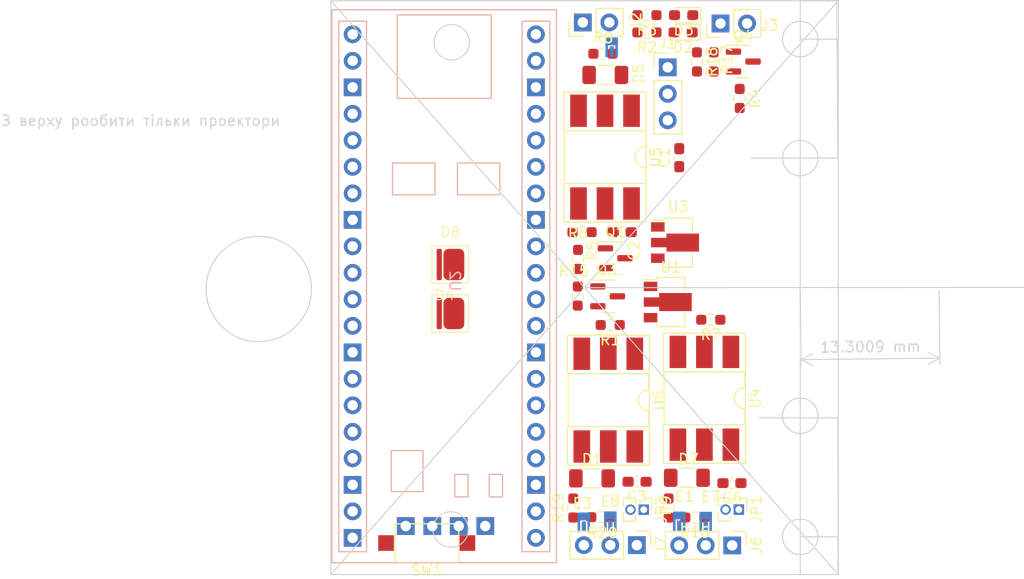
<source format=kicad_pcb>
(kicad_pcb (version 20221018) (generator pcbnew)
  (layers (0 "F.Cu" signal) (31 "B.Cu" signal) (34 "B.Paste" user) (35 "F.Paste" user) (36 "B.SilkS" user "B.Silkscreen") (37 "F.SilkS" user "F.Silkscreen") (38 "B.Mask" user) (39 "F.Mask" user) (44 "Edge.Cuts" user))
  (net 0 "")
  (net 1 "USER_BUTTON")
  (net 2 "GND")
  (net 3 "+3.3V")
  (net 4 "+5F")
  (net 5 "GND1")
  (net 6 "Net-(D1-A1)")
  (net 7 "GND2")
  (net 8 "Net-(D2-A)")
  (net 9 "Net-(D3-A)")
  (net 10 "Net-(D4-A)")
  (net 11 "Net-(D5-A1)")
  (net 12 "Net-(D7-A1)")
  (net 13 "Net-(D8-A)")
  (net 14 "Net-(J2-Pin_2)")
  (net 15 "Net-(J6-Pin_2)")
  (net 16 "Net-(J7-Pin_2)")
  (net 17 "Net-(J3-Pin_1)")
  (net 18 "Net-(J6-Pin_1)")
  (net 19 "Net-(J7-Pin_1)")
  (net 20 "DOTS_PROJECTOR_2")
  (net 21 "+5V")
  (net 22 "Net-(Q1-D)")
  (net 23 "DOTS_PROJECTOR_1")
  (net 24 "Net-(Q3-D)")
  (net 25 "LESER_LINE")
  (net 26 "Net-(Q4-D)")
  (net 27 "Net-(R1-Pad1)")
  (net 28 "TRIG_OUTPUT_2")
  (net 29 "LED_2")
  (net 30 "LED_1")
  (net 31 "TRIG_INPUT")
  (net 32 "Net-(R7-Pad1)")
  (net 33 "TRIG_OUTPUT_1")
  (footprint "Resistor_SMD:R_1206_3216Metric_Pad1.30x1.75mm_HandSolder" (layer "F.Cu") (at 97.636 115.443)
    (fp_text reference "D7" (at 0.153 -1.778) (layer "F.SilkS"))
    (fp_text value "CDSOD323-T05C" hide)
    (fp_line (start -0.727064 -0.91) (end 0.727064 -0.91) (stroke (width 0.12)) (layer "F.SilkS"))
    (fp_line (start -0.727064 0.91) (end 0.727064 0.91) (stroke (width 0.12)) (layer "F.SilkS"))
    (pad "1" smd roundrect (at -1.55 0) (size 1.3 1.75) (layers "F.Cu" "F.Paste" "F.Mask") (roundrect_rratio 0.192308) (net 12 "Net-(D7-A1)"))
    (pad "2" smd roundrect (at 1.55 0) (size 1.3 1.75) (layers "F.Cu" "F.Paste" "F.Mask") (roundrect_rratio 0.192308) (net 7 "GND2"))
  )
  (footprint "Package_DIP:DIP-6_W8.89mm_SMDSocket_LongPads" (layer "F.Cu") (at 99.313 107.823 -90)
    (fp_text reference "U4" (at 0 -4.87 90) (layer "F.SilkS"))
    (fp_text value "H11L2" hide)
    (fp_line (start -6.235 -3.93) (end -6.235 3.93) (stroke (width 0.12)) (layer "F.SilkS"))
    (fp_line (start -6.235 3.93) (end 6.235 3.93) (stroke (width 0.12)) (layer "F.SilkS"))
    (fp_line (start -2.535 -3.87) (end -2.535 3.87) (stroke (width 0.12)) (layer "F.SilkS"))
    (fp_line (start -2.535 3.87) (end 2.535 3.87) (stroke (width 0.12)) (layer "F.SilkS"))
    (fp_line (start -1 -3.87) (end -2.535 -3.87) (stroke (width 0.12)) (layer "F.SilkS"))
    (fp_line (start 2.535 -3.87) (end 1 -3.87) (stroke (width 0.12)) (layer "F.SilkS"))
    (fp_line (start 2.535 3.87) (end 2.535 -3.87) (stroke (width 0.12)) (layer "F.SilkS"))
    (fp_line (start 6.235 -3.93) (end -6.235 -3.93) (stroke (width 0.12)) (layer "F.SilkS"))
    (fp_line (start 6.235 3.93) (end 6.235 -3.93) (stroke (width 0.12)) (layer "F.SilkS"))
    (fp_arc (start 1 -3.87) (mid 0 -2.87) (end -1 -3.87) (stroke (width 0.12)) (layer "F.SilkS"))
    (pad "1" smd rect (at -4.445 -2.54 270) (size 3.1 1.6) (layers "F.Cu" "F.Paste" "F.Mask") (net 32 "Net-(R7-Pad1)"))
    (pad "2" smd rect (at -4.445 0 270) (size 3.1 1.6) (layers "F.Cu" "F.Paste" "F.Mask") (net 2 "GND"))
    (pad "3" smd rect (at -4.445 2.54 270) (size 3.1 1.6) (layers "F.Cu" "F.Paste" "F.Mask"))
    (pad "4" smd rect (at 4.445 2.54 270) (size 3.1 1.6) (layers "F.Cu" "F.Paste" "F.Mask") (net 12 "Net-(D7-A1)"))
    (pad "5" smd rect (at 4.445 0 270) (size 3.1 1.6) (layers "F.Cu" "F.Paste" "F.Mask") (net 7 "GND2"))
    (pad "6" smd rect (at 4.445 -2.54 270) (size 3.1 1.6) (layers "F.Cu" "F.Paste" "F.Mask") (net 4 "+5F"))
  )
  (footprint "LED_SMD:LED_0603_1608Metric_Pad1.05x0.95mm_HandSolder" (layer "F.Cu") (at 97.275 72.759 180)
    (fp_text reference "D2" (at 0 -1.43) (layer "F.SilkS"))
    (fp_text value "LED" hide)
    (fp_line (start -1.66 -0.735) (end -1.66 0.735) (stroke (width 0.12)) (layer "F.SilkS"))
    (fp_line (start -1.66 0.735) (end 0.8 0.735) (stroke (width 0.12)) (layer "F.SilkS"))
    (fp_line (start 0.8 -0.735) (end -1.66 -0.735) (stroke (width 0.12)) (layer "F.SilkS"))
    (pad "1" smd roundrect (at -0.875 0 180) (size 1.05 0.95) (layers "F.Cu" "F.Paste" "F.Mask") (net 2 "GND"))
    (pad "2" smd roundrect (at 0.875 0 180) (size 1.05 0.95) (layers "F.Cu" "F.Paste" "F.Mask") (net 8 "Net-(D2-A)"))
  )
  (footprint "footprint_library:BELICE-850" (layer "F.Cu") (at 77.3 98.2)
    (fp_text reference "D8" (at -2.335 -6.289 unlocked) (layer "F.SilkS") (effects (font (thickness 0.1))))
    (fp_text value "BELICE-850" hide)
    (fp_line (start -4.1 -5) (end -4.1 -4.9) (stroke (width 0.1)) (layer "F.SilkS"))
    (fp_line (start -4.1 -4.9) (end -4.1 -1.4) (stroke (width 0.1)) (layer "F.SilkS"))
    (fp_line (start -4.1 -1.4) (end -0.6 -1.4) (stroke (width 0.1)) (layer "F.SilkS"))
    (fp_line (start -0.6 -5) (end -4.1 -5) (stroke (width 0.1)) (layer "F.SilkS"))
    (fp_line (start -0.6 -1.4) (end -0.6 -5) (stroke (width 0.1)) (layer "F.SilkS"))
    (pad "1" smd roundrect (at -2 -3.2) (size 2 3) (layers "F.Cu" "F.Paste" "F.Mask") (net 2 "GND"))
    (pad "2" smd roundrect (at -3.4 -3.2) (size 0.5 3) (layers "F.Cu" "F.Paste" "F.Mask") (net 13 "Net-(D8-A)"))
  )
  (footprint "Capacitor_SMD:C_0603_1608Metric_Pad1.08x0.95mm_HandSolder" (layer "F.Cu") (at 91.4375 91.9 180)
    (fp_text reference "C2" (at -1.1165 -1.778 90) (layer "F.SilkS"))
    (fp_text value "0.1uF" hide)
    (fp_line (start -0.146267 -0.51) (end 0.146267 -0.51) (stroke (width 0.12)) (layer "F.SilkS"))
    (fp_line (start -0.146267 0.51) (end 0.146267 0.51) (stroke (width 0.12)) (layer "F.SilkS"))
    (pad "1" smd roundrect (at -0.8625 0 180) (size 1.075 0.95) (layers "F.Cu" "F.Paste" "F.Mask") (net 3 "+3.3V"))
    (pad "2" smd roundrect (at 0.8625 0 180) (size 1.075 0.95) (layers "F.Cu" "F.Paste" "F.Mask") (net 2 "GND"))
  )
  (footprint "Resistor_SMD:R_0603_1608Metric_Pad0.98x0.95mm_HandSolder" (layer "F.Cu") (at 89.5875 74.803)
    (fp_text reference "R8" (at 0.0235 -1.524) (layer "F.SilkS"))
    (fp_text value "240" hide)
    (fp_line (start -0.254724 -0.5225) (end 0.254724 -0.5225) (stroke (width 0.12)) (layer "F.SilkS"))
    (fp_line (start -0.254724 0.5225) (end 0.254724 0.5225) (stroke (width 0.12)) (layer "F.SilkS"))
    (pad "1" smd roundrect (at -0.9125 0) (size 0.975 0.95) (layers "F.Cu" "F.Paste" "F.Mask") (net 14 "Net-(J2-Pin_2)"))
    (pad "2" smd roundrect (at 0.9125 0) (size 0.975 0.95) (layers "F.Cu" "F.Paste" "F.Mask") (net 11 "Net-(D5-A1)"))
  )
  (footprint "Resistor_SMD:R_0603_1608Metric_Pad0.98x0.95mm_HandSolder" (layer "F.Cu") (at 89.3845 119.215 180)
    (fp_text reference "R20" (at -0.1505 -1.524) (layer "F.SilkS"))
    (fp_text value "100" hide)
    (fp_line (start -0.254724 -0.5225) (end 0.254724 -0.5225) (stroke (width 0.12)) (layer "F.SilkS"))
    (fp_line (start -0.254724 0.5225) (end 0.254724 0.5225) (stroke (width 0.12)) (layer "F.SilkS"))
    (pad "1" smd roundrect (at -0.9125 0 180) (size 0.975 0.95) (layers "F.Cu" "F.Paste" "F.Mask") (net 16 "Net-(J7-Pin_2)"))
    (pad "2" smd roundrect (at 0.9125 0 180) (size 0.975 0.95) (layers "F.Cu" "F.Paste" "F.Mask") (net 6 "Net-(D1-A1)"))
  )
  (footprint "Resistor_SMD:R_1206_3216Metric_Pad1.30x1.75mm_HandSolder" (layer "F.Cu") (at 89.815 76.835 180)
    (fp_text reference "D5" (at -3.201 0.127 90) (layer "F.SilkS"))
    (fp_text value "CDSOD323-T05C" hide)
    (fp_line (start -0.727064 -0.91) (end 0.727064 -0.91) (stroke (width 0.12)) (layer "F.SilkS"))
    (fp_line (start -0.727064 0.91) (end 0.727064 0.91) (stroke (width 0.12)) (layer "F.SilkS"))
    (pad "1" smd roundrect (at -1.55 0 180) (size 1.3 1.75) (layers "F.Cu" "F.Paste" "F.Mask") (roundrect_rratio 0.192308) (net 11 "Net-(D5-A1)"))
    (pad "2" smd roundrect (at 1.55 0 180) (size 1.3 1.75) (layers "F.Cu" "F.Paste" "F.Mask") (roundrect_rratio 0.192308) (net 5 "GND1"))
  )
  (footprint "Package_TO_SOT_SMD:SOT-89-3" (layer "F.Cu") (at 96.8 92.9)
    (fp_text reference "U3" (at 0 -3.429) (layer "F.SilkS"))
    (fp_text value "AMC7135" hide)
    (fp_line (start -2.5 -2.13) (end -1.36 -2.13) (stroke (width 0.12)) (layer "F.SilkS"))
    (fp_line (start -1.36 -2.36) (end -1.36 -2.13) (stroke (width 0.12)) (layer "F.SilkS"))
    (fp_line (start -1.36 -2.36) (end 1.36 -2.36) (stroke (width 0.12)) (layer "F.SilkS"))
    (fp_line (start -1.36 2.36) (end -1.36 2.13) (stroke (width 0.12)) (layer "F.SilkS"))
    (fp_line (start 1.36 -2.36) (end 1.36 -1.05) (stroke (width 0.12)) (layer "F.SilkS"))
    (fp_line (start 1.36 1.05) (end 1.36 2.36) (stroke (width 0.12)) (layer "F.SilkS"))
    (fp_line (start 1.36 2.36) (end -1.36 2.36) (stroke (width 0.12)) (layer "F.SilkS"))
    (pad "1" smd rect (at -1.95 -1.5) (size 1.3 0.9) (layers "F.Cu" "F.Paste" "F.Mask") (net 13 "Net-(D8-A)"))
    (pad "2" smd custom (at -1.8625 0) (size 1.475 0.9) (layers "F.Cu" "F.Paste" "F.Mask") (net 2 "GND") (options (clearance outline) (anchor rect)) (primitives (gr_poly (pts (xy 3.8625 0.8665) (xy 0.7375 0.8665) (xy 0.7375 -0.8665) (xy 3.8625 -0.8665)) (width 0) (fill yes))))
    (pad "3" smd rect (at -1.95 1.5) (size 1.3 0.9) (layers "F.Cu" "F.Paste" "F.Mask") (net 22 "Net-(Q1-D)"))
  )
  (footprint "Resistor_SMD:R_0603_1608Metric_Pad0.98x0.95mm_HandSolder" (layer "F.Cu") (at 93.8065 72.759 180)
    (fp_text reference "R2" (at 0 -1.43) (layer "F.SilkS"))
    (fp_text value "300" hide)
    (fp_line (start -0.254724 -0.5225) (end 0.254724 -0.5225) (stroke (width 0.12)) (layer "F.SilkS"))
    (fp_line (start -0.254724 0.5225) (end 0.254724 0.5225) (stroke (width 0.12)) (layer "F.SilkS"))
    (pad "1" smd roundrect (at -0.9125 0 180) (size 0.975 0.95) (layers "F.Cu" "F.Paste" "F.Mask") (net 8 "Net-(D2-A)"))
    (pad "2" smd roundrect (at 0.9125 0 180) (size 0.975 0.95) (layers "F.Cu" "F.Paste" "F.Mask") (net 29 "LED_2"))
  )
  (footprint "Connector_PinHeader_2.54mm:PinHeader_1x03_P2.54mm_Vertical" (layer "F.Cu") (at 95.8 76.1)
    (fp_text reference "J1" (at 0 -2.33) (layer "F.SilkS"))
    (fp_text value "GND" hide)
    (fp_line (start -1.33 -1.33) (end 0 -1.33) (stroke (width 0.12)) (layer "F.SilkS"))
    (fp_line (start -1.33 0) (end -1.33 -1.33) (stroke (width 0.12)) (layer "F.SilkS"))
    (fp_line (start -1.33 1.27) (end -1.33 6.41) (stroke (width 0.12)) (layer "F.SilkS"))
    (fp_line (start -1.33 1.27) (end 1.33 1.27) (stroke (width 0.12)) (layer "F.SilkS"))
    (fp_line (start -1.33 6.41) (end 1.33 6.41) (stroke (width 0.12)) (layer "F.SilkS"))
    (fp_line (start 1.33 1.27) (end 1.33 6.41) (stroke (width 0.12)) (layer "F.SilkS"))
    (pad "1" thru_hole rect (at 0 0) (size 1.7 1.7) (drill 1) (layers "*.Cu" "*.Mask") (net 2 "GND"))
    (pad "2" thru_hole oval (at 0 2.54) (size 1.7 1.7) (drill 1) (layers "*.Cu" "*.Mask") (net 2 "GND"))
    (pad "3" thru_hole oval (at 0 5.08) (size 1.7 1.7) (drill 1) (layers "*.Cu" "*.Mask") (net 2 "GND"))
  )
  (footprint "footprint_library:SparkGap" (layer "F.Cu") (at 87.757 119.323)
    (fp_text reference "E3" (at -0.127 -1.4288) (layer "F.SilkS"))
    (fp_text value "SparkGap" hide)
    (fp_poly (pts (xy -0.4 1.3) (xy -0.55 1.3) (xy -0.55 0) (xy -0.4 0)) (stroke (width 0.1)) (fill solid) (layer "B.Cu"))
    (fp_poly (pts (xy 0.4572 0.1524) (xy -0.4064 0.1524) (xy -0.4064 -0.0508) (xy 0.4572 -0.0508)) (stroke (width 0.1)) (fill solid) (layer "B.Cu"))
    (fp_poly (pts (xy 0.55 0) (xy -0.55 0) (xy -0.55 -0.5) (xy 0.55 -0.5)) (stroke (width 0.1)) (fill solid) (layer "B.Cu"))
    (fp_poly (pts (xy 0.55 1.3) (xy 0.4 1.3) (xy 0.4 0) (xy 0.55 0)) (stroke (width 0.1)) (fill solid) (layer "B.Cu"))
    (pad "1" smd rect (at 0 0.8) (size 0.4 1) (layers "B.Cu" "B.Mask") (net 7 "GND2"))
    (pad "2" smd rect (at 0 -0.2032) (size 0.4 0.3) (layers "B.Cu") (net 4 "+5F"))
  )
  (footprint "Resistor_SMD:R_0603_1608Metric_Pad0.98x0.95mm_HandSolder" (layer "F.Cu") (at 90.2875 100.8 180)
    (fp_text reference "R1" (at 0 -1.43) (layer "F.SilkS"))
    (fp_text value "220" hide)
    (fp_line (start -0.254724 -0.5225) (end 0.254724 -0.5225) (stroke (width 0.12)) (layer "F.SilkS"))
    (fp_line (start -0.254724 0.5225) (end 0.254724 0.5225) (stroke (width 0.12)) (layer "F.SilkS"))
    (pad "1" smd roundrect (at -0.9125 0 180) (size 0.975 0.95) (layers "F.Cu" "F.Paste" "F.Mask") (net 27 "Net-(R1-Pad1)"))
    (pad "2" smd roundrect (at 0.9125 0 180) (size 0.975 0.95) (layers "F.Cu" "F.Paste" "F.Mask") (net 28 "TRIG_OUTPUT_2"))
  )
  (footprint "Package_TO_SOT_SMD:SOT-23" (layer "F.Cu") (at 90.7625 94.4)
    (fp_text reference "Q1" (at 0 -2.54) (layer "F.SilkS"))
    (fp_text value "FDN358P" hide)
    (fp_line (start 0 -1.56) (end -1.675 -1.56) (stroke (width 0.12)) (layer "F.SilkS"))
    (fp_line (start 0 -1.56) (end 0.65 -1.56) (stroke (width 0.12)) (layer "F.SilkS"))
    (fp_line (start 0 1.56) (end -0.65 1.56) (stroke (width 0.12)) (layer "F.SilkS"))
    (fp_line (start 0 1.56) (end 0.65 1.56) (stroke (width 0.12)) (layer "F.SilkS"))
    (pad "1" smd roundrect (at -0.9375 -0.95) (size 1.475 0.6) (layers "F.Cu" "F.Paste" "F.Mask") (net 20 "DOTS_PROJECTOR_2"))
    (pad "2" smd roundrect (at -0.9375 0.95) (size 1.475 0.6) (layers "F.Cu" "F.Paste" "F.Mask") (net 21 "+5V"))
    (pad "3" smd roundrect (at 0.9375 0) (size 1.475 0.6) (layers "F.Cu" "F.Paste" "F.Mask") (net 22 "Net-(Q1-D)"))
  )
  (footprint "Resistor_SMD:R_0603_1608Metric_Pad0.98x0.95mm_HandSolder" (layer "F.Cu") (at 98.4005 119.253 180)
    (fp_text reference "R16" (at 0 -1.43) (layer "F.SilkS"))
    (fp_text value "100" hide)
    (fp_line (start -0.254724 -0.5225) (end 0.254724 -0.5225) (stroke (width 0.12)) (layer "F.SilkS"))
    (fp_line (start -0.254724 0.5225) (end 0.254724 0.5225) (stroke (width 0.12)) (layer "F.SilkS"))
    (pad "1" smd roundrect (at -0.9125 0 180) (size 0.975 0.95) (layers "F.Cu" "F.Paste" "F.Mask") (net 15 "Net-(J6-Pin_2)"))
    (pad "2" smd roundrect (at 0.9125 0 180) (size 0.975 0.95) (layers "F.Cu" "F.Paste" "F.Mask") (net 12 "Net-(D7-A1)"))
  )
  (footprint "footprint_library:SparkGap" (layer "F.Cu") (at 96.9 119.234)
    (fp_text reference "E1" (at 0.5 -2) (layer "F.SilkS"))
    (fp_text value "SparkGap" hide)
    (fp_poly (pts (xy -0.4 1.3) (xy -0.55 1.3) (xy -0.55 0) (xy -0.4 0)) (stroke (width 0.1)) (fill solid) (layer "B.Cu"))
    (fp_poly (pts (xy 0.4572 0.1524) (xy -0.4064 0.1524) (xy -0.4064 -0.0508) (xy 0.4572 -0.0508)) (stroke (width 0.1)) (fill solid) (layer "B.Cu"))
    (fp_poly (pts (xy 0.55 0) (xy -0.55 0) (xy -0.55 -0.5) (xy 0.55 -0.5)) (stroke (width 0.1)) (fill solid) (layer "B.Cu"))
    (fp_poly (pts (xy 0.55 1.3) (xy 0.4 1.3) (xy 0.4 0) (xy 0.55 0)) (stroke (width 0.1)) (fill solid) (layer "B.Cu"))
    (pad "1" smd rect (at 0 0.8) (size 0.4 1) (layers "B.Cu" "B.Mask") (net 7 "GND2"))
    (pad "2" smd rect (at 0 -0.2032) (size 0.4 0.3) (layers "B.Cu") (net 4 "+5F"))
  )
  (footprint "Package_DIP:DIP-6_W8.89mm_SMDSocket_LongPads" (layer "F.Cu") (at 90.1 108 -90)
    (fp_text reference "U6" (at 0 -4.87 90) (layer "F.SilkS"))
    (fp_text value "H11L2" hide)
    (fp_line (start -6.235 -3.93) (end -6.235 3.93) (stroke (width 0.12)) (layer "F.SilkS"))
    (fp_line (start -6.235 3.93) (end 6.235 3.93) (stroke (width 0.12)) (layer "F.SilkS"))
    (fp_line (start -2.535 -3.87) (end -2.535 3.87) (stroke (width 0.12)) (layer "F.SilkS"))
    (fp_line (start -2.535 3.87) (end 2.535 3.87) (stroke (width 0.12)) (layer "F.SilkS"))
    (fp_line (start -1 -3.87) (end -2.535 -3.87) (stroke (width 0.12)) (layer "F.SilkS"))
    (fp_line (start 2.535 -3.87) (end 1 -3.87) (stroke (width 0.12)) (layer "F.SilkS"))
    (fp_line (start 2.535 3.87) (end 2.535 -3.87) (stroke (width 0.12)) (layer "F.SilkS"))
    (fp_line (start 6.235 -3.93) (end -6.235 -3.93) (stroke (width 0.12)) (layer "F.SilkS"))
    (fp_line (start 6.235 3.93) (end 6.235 -3.93) (stroke (width 0.12)) (layer "F.SilkS"))
    (fp_arc (start 1 -3.87) (mid 0 -2.87) (end -1 -3.87) (stroke (width 0.12)) (layer "F.SilkS"))
    (pad "1" smd rect (at -4.445 -2.54 270) (size 3.1 1.6) (layers "F.Cu" "F.Paste" "F.Mask") (net 27 "Net-(R1-Pad1)"))
    (pad "2" smd rect (at -4.445 0 270) (size 3.1 1.6) (layers "F.Cu" "F.Paste" "F.Mask") (net 2 "GND"))
    (pad "3" smd rect (at -4.445 2.54 270) (size 3.1 1.6) (layers "F.Cu" "F.Paste" "F.Mask"))
    (pad "4" smd rect (at 4.445 2.54 270) (size 3.1 1.6) (layers "F.Cu" "F.Paste" "F.Mask") (net 6 "Net-(D1-A1)"))
    (pad "5" smd rect (at 4.445 0 270) (size 3.1 1.6) (layers "F.Cu" "F.Paste" "F.Mask") (net 7 "GND2"))
    (pad "6" smd rect (at 4.445 -2.54 270) (size 3.1 1.6) (layers "F.Cu" "F.Paste" "F.Mask") (net 4 "+5F"))
  )
  (footprint "Resistor_SMD:R_0603_1608Metric_Pad0.98x0.95mm_HandSolder" (layer "F.Cu") (at 93.8065 71.1 180)
    (fp_text reference "R3" (at 0 -1.43) (layer "F.SilkS"))
    (fp_text value "300" hide)
    (fp_line (start -0.254724 -0.5225) (end 0.254724 -0.5225) (stroke (width 0.12)) (layer "F.SilkS"))
    (fp_line (start -0.254724 0.5225) (end 0.254724 0.5225) (stroke (width 0.12)) (layer "F.SilkS"))
    (pad "1" smd roundrect (at -0.9125 0 180) (size 0.975 0.95) (layers "F.Cu" "F.Paste" "F.Mask") (net 9 "Net-(D3-A)"))
    (pad "2" smd roundrect (at 0.9125 0 180) (size 0.975 0.95) (layers "F.Cu" "F.Paste" "F.Mask") (net 30 "LED_1"))
  )
  (footprint "Resistor_SMD:R_0603_1608Metric_Pad0.98x0.95mm_HandSolder" (layer "F.Cu") (at 100.2 75.5875 -90)
    (fp_text reference "R17" (at -0.2305 -1.27 -270) (layer "F.SilkS"))
    (fp_text value "9k" hide)
    (fp_line (start -0.254724 -0.5225) (end 0.254724 -0.5225) (stroke (width 0.12)) (layer "F.SilkS"))
    (fp_line (start -0.254724 0.5225) (end 0.254724 0.5225) (stroke (width 0.12)) (layer "F.SilkS"))
    (pad "1" smd roundrect (at -0.9125 0 270) (size 0.975 0.95) (layers "F.Cu" "F.Paste" "F.Mask") (net 25 "LESER_LINE"))
    (pad "2" smd roundrect (at 0.9125 0 270) (size 0.975 0.95) (layers "F.Cu" "F.Paste" "F.Mask") (net 3 "+3.3V"))
  )
  (footprint "Resistor_SMD:R_0603_1608Metric_Pad0.98x0.95mm_HandSolder" (layer "F.Cu") (at 86.741 118.3405 90)
    (fp_text reference "R19" (at 0 -1.43 90) (layer "F.SilkS"))
    (fp_text value "270" hide)
    (fp_line (start -0.254724 -0.5225) (end 0.254724 -0.5225) (stroke (width 0.12)) (layer "F.SilkS"))
    (fp_line (start -0.254724 0.5225) (end 0.254724 0.5225) (stroke (width 0.12)) (layer "F.SilkS"))
    (pad "1" smd roundrect (at -0.9125 0 90) (size 0.975 0.95) (layers "F.Cu" "F.Paste" "F.Mask") (net 4 "+5F"))
    (pad "2" smd roundrect (at 0.9125 0 90) (size 0.975 0.95) (layers "F.Cu" "F.Paste" "F.Mask") (net 6 "Net-(D1-A1)"))
  )
  (footprint "Connector_PinHeader_1.27mm:PinHeader_1x02_P1.27mm_Vertical" (layer "F.Cu") (at 102.615 118.491 -90)
    (fp_text reference "JP1" (at 0 -1.695 90) (layer "F.SilkS"))
    (fp_text value "GND_2" hide)
    (fp_line (start -1.11 -0.76) (end 0 -0.76) (stroke (width 0.12)) (layer "F.SilkS"))
    (fp_line (start -1.11 0) (end -1.11 -0.76) (stroke (width 0.12)) (layer "F.SilkS"))
    (fp_line (start -1.11 0.76) (end -1.11 1.965) (stroke (width 0.12)) (layer "F.SilkS"))
    (fp_line (start -1.11 0.76) (end -0.563471 0.76) (stroke (width 0.12)) (layer "F.SilkS"))
    (fp_line (start -1.11 1.965) (end -0.30753 1.965) (stroke (width 0.12)) (layer "F.SilkS"))
    (fp_line (start 0.30753 1.965) (end 1.11 1.965) (stroke (width 0.12)) (layer "F.SilkS"))
    (fp_line (start 0.563471 0.76) (end 1.11 0.76) (stroke (width 0.12)) (layer "F.SilkS"))
    (fp_line (start 1.11 0.76) (end 1.11 1.965) (stroke (width 0.12)) (layer "F.SilkS"))
    (pad "1" thru_hole rect (at 0 0 270) (size 1 1) (drill 0.65) (layers "*.Cu" "*.Mask") (net 18 "Net-(J6-Pin_1)"))
    (pad "2" thru_hole oval (at 0 1.27 270) (size 1 1) (drill 0.65) (layers "*.Cu" "*.Mask") (net 7 "GND2"))
  )
  (footprint "Package_DIP:DIP-6_W8.89mm_SMDSocket_LongPads" (layer "F.Cu") (at 89.789 84.709 -90)
    (fp_text reference "U5" (at 0 -4.87 90) (layer "F.SilkS"))
    (fp_text value "H11L2" hide)
    (fp_line (start -6.235 -3.93) (end -6.235 3.93) (stroke (width 0.12)) (layer "F.SilkS"))
    (fp_line (start -6.235 3.93) (end 6.235 3.93) (stroke (width 0.12)) (layer "F.SilkS"))
    (fp_line (start -2.535 -3.87) (end -2.535 3.87) (stroke (width 0.12)) (layer "F.SilkS"))
    (fp_line (start -2.535 3.87) (end 2.535 3.87) (stroke (width 0.12)) (layer "F.SilkS"))
    (fp_line (start -1 -3.87) (end -2.535 -3.87) (stroke (width 0.12)) (layer "F.SilkS"))
    (fp_line (start 2.535 -3.87) (end 1 -3.87) (stroke (width 0.12)) (layer "F.SilkS"))
    (fp_line (start 2.535 3.87) (end 2.535 -3.87) (stroke (width 0.12)) (layer "F.SilkS"))
    (fp_line (start 6.235 -3.93) (end -6.235 -3.93) (stroke (width 0.12)) (layer "F.SilkS"))
    (fp_line (start 6.235 3.93) (end 6.235 -3.93) (stroke (width 0.12)) (layer "F.SilkS"))
    (fp_arc (start 1 -3.87) (mid 0 -2.87) (end -1 -3.87) (stroke (width 0.12)) (layer "F.SilkS"))
    (pad "1" smd rect (at -4.445 -2.54 270) (size 3.1 1.6) (layers "F.Cu" "F.Paste" "F.Mask") (net 11 "Net-(D5-A1)"))
    (pad "2" smd rect (at -4.445 0 270) (size 3.1 1.6) (layers "F.Cu" "F.Paste" "F.Mask") (net 5 "GND1"))
    (pad "3" smd rect (at -4.445 2.54 270) (size 3.1 1.6) (layers "F.Cu" "F.Paste" "F.Mask"))
    (pad "4" smd rect (at 4.445 2.54 270) (size 3.1 1.6) (layers "F.Cu" "F.Paste" "F.Mask") (net 31 "TRIG_INPUT"))
    (pad "5" smd rect (at 4.445 0 270) (size 3.1 1.6) (layers "F.Cu" "F.Paste" "F.Mask") (net 2 "GND"))
    (pad "6" smd rect (at 4.445 -2.54 270) (size 3.1 1.6) (layers "F.Cu" "F.Paste" "F.Mask") (net 3 "+3.3V"))
  )
  (footprint "Package_TO_SOT_SMD:SOT-23" (layer "F.Cu") (at 90.0375 98.05)
    (fp_text reference "Q3" (at -0.0785 -2.54) (layer "F.SilkS"))
    (fp_text value "FDN358P" hide)
    (fp_line (start 0 -1.56) (end -1.675 -1.56) (stroke (width 0.12)) (layer "F.SilkS"))
    (fp_line (start 0 -1.56) (end 0.65 -1.56) (stroke (width 0.12)) (layer "F.SilkS"))
    (fp_line (start 0 1.56) (end -0.65 1.56) (stroke (width 0.12)) (layer "F.SilkS"))
    (fp_line (start 0 1.56) (end 0.65 1.56) (stroke (width 0.12)) (layer "F.SilkS"))
    (pad "1" smd roundrect (at -0.9375 -0.95) (size 1.475 0.6) (layers "F.Cu" "F.Paste" "F.Mask") (net 23 "DOTS_PROJECTOR_1"))
    (pad "2" smd roundrect (at -0.9375 0.95) (size 1.475 0.6) (layers "F.Cu" "F.Paste" "F.Mask") (net 21 "+5V"))
    (pad "3" smd roundrect (at 0.9375 0) (size 1.475 0.6) (layers "F.Cu" "F.Paste" "F.Mask") (net 24 "Net-(Q3-D)"))
  )
  (footprint "Connector_PinHeader_2.54mm:PinHeader_1x02_P2.54mm_Vertical" (layer "F.Cu") (at 100.86 71.9 90)
    (fp_text reference "J3" (at -0.1935 4.718) (layer "F.SilkS"))
    (fp_text value "Laser" hide)
    (fp_line (start -1.33 -1.33) (end 0 -1.33) (stroke (width 0.12)) (layer "F.SilkS"))
    (fp_line (start -1.33 0) (end -1.33 -1.33) (stroke (width 0.12)) (layer "F.SilkS"))
    (fp_line (start -1.33 1.27) (end -1.33 3.87) (stroke (width 0.12)) (layer "F.SilkS"))
    (fp_line (start -1.33 1.27) (end 1.33 1.27) (stroke (width 0.12)) (layer "F.SilkS"))
    (fp_line (start -1.33 3.87) (end 1.33 3.87) (stroke (width 0.12)) (layer "F.SilkS"))
    (fp_line (start 1.33 1.27) (end 1.33 3.87) (stroke (width 0.12)) (layer "F.SilkS"))
    (pad "1" thru_hole rect (at 0 0 90) (size 1.7 1.7) (drill 1) (layers "*.Cu" "*.Mask") (net 17 "Net-(J3-Pin_1)"))
    (pad "2" thru_hole oval (at 0 2.54 90) (size 1.7 1.7) (drill 1) (layers "*.Cu" "*.Mask") (net 2 "GND"))
  )
  (footprint "footprint_library:SparkGap" (layer "F.Cu") (at 99.44 119.253)
    (fp_text reference "E7" (at 0.5 -2) (layer "F.SilkS"))
    (fp_text value "SparkGap" hide)
    (fp_poly (pts (xy -0.4 1.3) (xy -0.55 1.3) (xy -0.55 0) (xy -0.4 0)) (stroke (width 0.1)) (fill solid) (layer "B.Cu"))
    (fp_poly (pts (xy 0.4572 0.1524) (xy -0.4064 0.1524) (xy -0.4064 -0.0508) (xy 0.4572 -0.0508)) (stroke (width 0.1)) (fill solid) (layer "B.Cu"))
    (fp_poly (pts (xy 0.55 0) (xy -0.55 0) (xy -0.55 -0.5) (xy 0.55 -0.5)) (stroke (width 0.1)) (fill solid) (layer "B.Cu"))
    (fp_poly (pts (xy 0.55 1.3) (xy 0.4 1.3) (xy 0.4 0) (xy 0.55 0)) (stroke (width 0.1)) (fill solid) (layer "B.Cu"))
    (pad "1" smd rect (at 0 0.8) (size 0.4 1) (layers "B.Cu" "B.Mask") (net 7 "GND2"))
    (pad "2" smd rect (at 0 -0.2032) (size 0.4 0.3) (layers "B.Cu") (net 15 "Net-(J6-Pin_2)"))
  )
  (footprint "Resistor_SMD:R_0603_1608Metric_Pad0.98x0.95mm_HandSolder" (layer "F.Cu") (at 87.5875 91.9 180)
    (fp_text reference "R5" (at -0.9925 -1.778 90) (layer "F.SilkS"))
    (fp_text value "300" hide)
    (fp_line (start -0.254724 -0.5225) (end 0.254724 -0.5225) (stroke (width 0.12)) (layer "F.SilkS"))
    (fp_line (start -0.254724 0.5225) (end 0.254724 0.5225) (stroke (width 0.12)) (layer "F.SilkS"))
    (pad "1" smd roundrect (at -0.9125 0 180) (size 0.975 0.95) (layers "F.Cu" "F.Paste" "F.Mask") (net 3 "+3.3V"))
    (pad "2" smd roundrect (at 0.9125 0 180) (size 0.975 0.95) (layers "F.Cu" "F.Paste" "F.Mask") (net 31 "TRIG_INPUT"))
  )
  (footprint "footprint_library:SparkGap" (layer "F.Cu") (at 90.297 119.215)
    (fp_text reference "E8" (at 0 -1.505) (layer "F.SilkS"))
    (fp_text value "SparkGap" hide)
    (fp_poly (pts (xy -0.4 1.3) (xy -0.55 1.3) (xy -0.55 0) (xy -0.4 0)) (stroke (width 0.1)) (fill solid) (layer "B.Cu"))
    (fp_poly (pts (xy 0.4572 0.1524) (xy -0.4064 0.1524) (xy -0.4064 -0.0508) (xy 0.4572 -0.0508)) (stroke (width 0.1)) (fill solid) (layer "B.Cu"))
    (fp_poly (pts (xy 0.55 0) (xy -0.55 0) (xy -0.55 -0.5) (xy 0.55 -0.5)) (stroke (width 0.1)) (fill solid) (layer "B.Cu"))
    (fp_poly (pts (xy 0.55 1.3) (xy 0.4 1.3) (xy 0.4 0) (xy 0.55 0)) (stroke (width 0.1)) (fill solid) (layer "B.Cu"))
    (pad "1" smd rect (at 0 0.8) (size 0.4 1) (layers "B.Cu" "B.Mask") (net 7 "GND2"))
    (pad "2" smd rect (at 0 -0.2032) (size 0.4 0.3) (layers "B.Cu") (net 16 "Net-(J7-Pin_2)"))
  )
  (footprint "Resistor_SMD:R_0603_1608Metric_Pad0.98x0.95mm_HandSolder" (layer "F.Cu") (at 95.884 118.3405 90)
    (fp_text reference "R9" (at 0.254 -0.287 90) (layer "F.SilkS"))
    (fp_text value "270" hide)
    (fp_line (start -0.254724 -0.5225) (end 0.254724 -0.5225) (stroke (width 0.12)) (layer "F.SilkS"))
    (fp_line (start -0.254724 0.5225) (end 0.254724 0.5225) (stroke (width 0.12)) (layer "F.SilkS"))
    (pad "1" smd roundrect (at -0.9125 0 90) (size 0.975 0.95) (layers "F.Cu" "F.Paste" "F.Mask") (net 4 "+5F"))
    (pad "2" smd roundrect (at 0.9125 0 90) (size 0.975 0.95) (layers "F.Cu" "F.Paste" "F.Mask") (net 12 "Net-(D7-A1)"))
  )
  (footprint "Resistor_SMD:R_1206_3216Metric_Pad1.30x1.75mm_HandSolder" (layer "F.Cu") (at 88.545 115.5)
    (fp_text reference "D1" (at 0 -1.82) (layer "F.SilkS"))
    (fp_text value "CDSOD323-T05C" hide)
    (fp_line (start -0.727064 -0.91) (end 0.727064 -0.91) (stroke (width 0.12)) (layer "F.SilkS"))
    (fp_line (start -0.727064 0.91) (end 0.727064 0.91) (stroke (width 0.12)) (layer "F.SilkS"))
    (pad "1" smd roundrect (at -1.55 0) (size 1.3 1.75) (layers "F.Cu" "F.Paste" "F.Mask") (roundrect_rratio 0.192308) (net 6 "Net-(D1-A1)"))
    (pad "2" smd roundrect (at 1.55 0) (size 1.3 1.75) (layers "F.Cu" "F.Paste" "F.Mask") (roundrect_rratio 0.192308) (net 7 "GND2"))
  )
  (footprint "Connector_PinHeader_1.27mm:PinHeader_1x02_P1.27mm_Vertical" (layer "F.Cu") (at 93.5 118.5 -90)
    (fp_text reference "JP2" (at 0 -1.695 90) (layer "F.SilkS"))
    (fp_text value "GND_2" hide)
    (fp_line (start -1.11 -0.76) (end 0 -0.76) (stroke (width 0.12)) (layer "F.SilkS"))
    (fp_line (start -1.11 0) (end -1.11 -0.76) (stroke (width 0.12)) (layer "F.SilkS"))
    (fp_line (start -1.11 0.76) (end -1.11 1.965) (stroke (width 0.12)) (layer "F.SilkS"))
    (fp_line (start -1.11 0.76) (end -0.563471 0.76) (stroke (width 0.12)) (layer "F.SilkS"))
    (fp_line (start -1.11 1.965) (end -0.30753 1.965) (stroke (width 0.12)) (layer "F.SilkS"))
    (fp_line (start 0.30753 1.965) (end 1.11 1.965) (stroke (width 0.12)) (layer "F.SilkS"))
    (fp_line (start 0.563471 0.76) (end 1.11 0.76) (stroke (width 0.12)) (layer "F.SilkS"))
    (fp_line (start 1.11 0.76) (end 1.11 1.965) (stroke (width 0.12)) (layer "F.SilkS"))
    (pad "1" thru_hole rect (at 0 0 270) (size 1 1) (drill 0.65) (layers "*.Cu" "*.Mask") (net 19 "Net-(J7-Pin_1)"))
    (pad "2" thru_hole oval (at 0 1.27 270) (size 1 1) (drill 0.65) (layers "*.Cu" "*.Mask") (net 7 "GND2"))
  )
  (footprint "Package_TO_SOT_SMD:SOT-23" (layer "F.Cu") (at 103.0375 75.55)
    (fp_text reference "Q4" (at 0 -2.4) (layer "F.SilkS"))
    (fp_text value "FDN358P" hide)
    (fp_line (start 0 -1.56) (end -1.675 -1.56) (stroke (width 0.12)) (layer "F.SilkS"))
    (fp_line (start 0 -1.56) (end 0.65 -1.56) (stroke (width 0.12)) (layer "F.SilkS"))
    (fp_line (start 0 1.56) (end -0.65 1.56) (stroke (width 0.12)) (layer "F.SilkS"))
    (fp_line (start 0 1.56) (end 0.65 1.56) (stroke (width 0.12)) (layer "F.SilkS"))
    (pad "1" smd roundrect (at -0.9375 -0.95) (size 1.475 0.6) (layers "F.Cu" "F.Paste" "F.Mask") (net 25 "LESER_LINE"))
    (pad "2" smd roundrect (at -0.9375 0.95) (size 1.475 0.6) (layers "F.Cu" "F.Paste" "F.Mask") (net 3 "+3.3V"))
    (pad "3" smd roundrect (at 0.9375 0) (size 1.475 0.6) (layers "F.Cu" "F.Paste" "F.Mask") (net 26 "Net-(Q4-D)"))
  )
  (footprint "footprint_library:BELICE-850" (layer "F.Cu") (at 77.3 102.899)
    (fp_text reference "D4" (at -2.889 -4.978 unlocked) (layer "F.SilkS") (effects (font (thickness 0.1))))
    (fp_text value "BELICE-850" hide)
    (fp_line (start -4.1 -5) (end -4.1 -4.9) (stroke (width 0.1)) (layer "F.SilkS"))
    (fp_line (start -4.1 -4.9) (end -4.1 -1.4) (stroke (width 0.1)) (layer "F.SilkS"))
    (fp_line (start -4.1 -1.4) (end -0.6 -1.4) (stroke (width 0.1)) (layer "F.SilkS"))
    (fp_line (start -0.6 -5) (end -4.1 -5) (stroke (width 0.1)) (layer "F.SilkS"))
    (fp_line (start -0.6 -1.4) (end -0.6 -5) (stroke (width 0.1)) (layer "F.SilkS"))
    (pad "1" smd roundrect (at -2 -3.2) (size 2 3) (layers "F.Cu" "F.Paste" "F.Mask") (net 2 "GND"))
    (pad "2" smd roundrect (at -3.4 -3.2) (size 0.5 3) (layers "F.Cu" "F.Paste" "F.Mask") (net 10 "Net-(D4-A)"))
  )
  (footprint "Resistor_SMD:R_0603_1608Metric_Pad0.98x0.95mm_HandSolder" (layer "F.Cu") (at 102.7 79.0875 -90)
    (fp_text reference "R4" (at 0 -1.43 90) (layer "F.SilkS"))
    (fp_text value "10k" hide)
    (fp_line (start -0.254724 -0.5225) (end 0.254724 -0.5225) (stroke (width 0.12)) (layer "F.SilkS"))
    (fp_line (start -0.254724 0.5225) (end 0.254724 0.5225) (stroke (width 0.12)) (layer "F.SilkS"))
    (pad "1" smd roundrect (at -0.9125 0 270) (size 0.975 0.95) (layers "F.Cu" "F.Paste" "F.Mask") (net 3 "+3.3V"))
    (pad "2" smd roundrect (at 0.9125 0 270) (size 0.975 0.95) (layers "F.Cu" "F.Paste" "F.Mask") (net 1 "USER_BUTTON"))
  )
  (footprint "LED_SMD:LED_0603_1608Metric_Pad1.05x0.95mm_HandSolder" (layer "F.Cu") (at 97.325 71.1 180)
    (fp_text reference "D3" (at 0 -1.43) (layer "F.SilkS"))
    (fp_text value "LED" hide)
    (fp_line (start -1.66 -0.735) (end -1.66 0.735) (stroke (width 0.12)) (layer "F.SilkS"))
    (fp_line (start -1.66 0.735) (end 0.8 0.735) (stroke (width 0.12)) (layer "F.SilkS"))
    (fp_line (start 0.8 -0.735) (end -1.66 -0.735) (stroke (width 0.12)) (layer "F.SilkS"))
    (pad "1" smd roundrect (at -0.875 0 180) (size 1.05 0.95) (layers "F.Cu" "F.Paste" "F.Mask") (net 2 "GND"))
    (pad "2" smd roundrect (at 0.875 0 180) (size 1.05 0.95) (layers "F.Cu" "F.Paste" "F.Mask") (net 9 "Net-(D3-A)"))
  )
  (footprint "Connector_PinHeader_2.54mm:PinHeader_1x02_P2.54mm_Vertical" (layer "F.Cu") (at 87.66 71.8 90)
    (fp_text reference "J2" (at 0.127 5.08 90) (layer "F.SilkS"))
    (fp_text value "Projector 1" hide)
    (fp_line (start -1.33 -1.33) (end 0 -1.33) (stroke (width 0.12)) (layer "F.SilkS"))
    (fp_line (start -1.33 0) (end -1.33 -1.33) (stroke (width 0.12)) (layer "F.SilkS"))
    (fp_line (start -1.33 1.27) (end -1.33 3.87) (stroke (width 0.12)) (layer "F.SilkS"))
    (fp_line (start -1.33 1.27) (end 1.33 1.27) (stroke (width 0.12)) (layer "F.SilkS"))
    (fp_line (start -1.33 3.87) (end 1.33 3.87) (stroke (width 0.12)) (layer "F.SilkS"))
    (fp_line (start 1.33 1.27) (end 1.33 3.87) (stroke (width 0.12)) (layer "F.SilkS"))
    (pad "1" thru_hole rect (at 0 0 90) (size 1.7 1.7) (drill 1) (layers "*.Cu" "*.Mask") (net 5 "GND1"))
    (pad "2" thru_hole oval (at 0 2.54 90) (size 1.7 1.7) (drill 1) (layers "*.Cu" "*.Mask") (net 14 "Net-(J2-Pin_2)"))
  )
  (footprint "Connector_PinHeader_2.54mm:PinHeader_1x03_P2.54mm_Vertical" (layer "F.Cu") (at 101.98 121.92 -90)
    (fp_text reference "J6" (at 0 -2.33 90) (layer "F.SilkS"))
    (fp_text value "Camera 1" hide)
    (fp_line (start -1.33 -1.33) (end 0 -1.33) (stroke (width 0.12)) (layer "F.SilkS"))
    (fp_line (start -1.33 0) (end -1.33 -1.33) (stroke (width 0.12)) (layer "F.SilkS"))
    (fp_line (start -1.33 1.27) (end -1.33 6.41) (stroke (width 0.12)) (layer "F.SilkS"))
    (fp_line (start -1.33 1.27) (end 1.33 1.27) (stroke (width 0.12)) (layer "F.SilkS"))
    (fp_line (start -1.33 6.41) (end 1.33 6.41) (stroke (width 0.12)) (layer "F.SilkS"))
    (fp_line (start 1.33 1.27) (end 1.33 6.41) (stroke (width 0.12)) (layer "F.SilkS"))
    (pad "1" thru_hole rect (at 0 0 270) (size 1.7 1.7) (drill 1) (layers "*.Cu" "*.Mask") (net 18 "Net-(J6-Pin_1)"))
    (pad "2" thru_hole oval (at 0 2.54 270) (size 1.7 1.7) (drill 1) (layers "*.Cu" "*.Mask") (net 15 "Net-(J6-Pin_2)"))
    (pad "3" thru_hole oval (at 0 5.08 270) (size 1.7 1.7) (drill 1) (layers "*.Cu" "*.Mask") (net 4 "+5F"))
  )
  (footprint "Capacitor_SMD:C_0603_1608Metric_Pad1.08x0.95mm_HandSolder" (layer "F.Cu") (at 96.9 84.7625 90)
    (fp_text reference "C1" (at 0 -1.43 90) (layer "F.SilkS"))
    (fp_text value "100n" hide)
    (fp_line (start -0.146267 -0.51) (end 0.146267 -0.51) (stroke (width 0.12)) (layer "F.SilkS"))
    (fp_line (start -0.146267 0.51) (end 0.146267 0.51) (stroke (width 0.12)) (layer "F.SilkS"))
    (pad "1" smd roundrect (at -0.8625 0 90) (size 1.075 0.95) (layers "F.Cu" "F.Paste" "F.Mask") (net 1 "USER_BUTTON"))
    (pad "2" smd roundrect (at 0.8625 0 90) (size 1.075 0.95) (layers "F.Cu" "F.Paste" "F.Mask") (net 2 "GND"))
  )
  (footprint "Resistor_SMD:R_0603_1608Metric_Pad0.98x0.95mm_HandSolder" (layer "F.Cu") (at 99.9245 100.3 180)
    (fp_text reference "R7" (at 0 -1.43) (layer "F.SilkS"))
    (fp_text value "220" hide)
    (fp_line (start -0.254724 -0.5225) (end 0.254724 -0.5225) (stroke (width 0.12)) (layer "F.SilkS"))
    (fp_line (start -0.254724 0.5225) (end 0.254724 0.5225) (stroke (width 0.12)) (layer "F.SilkS"))
    (pad "1" smd roundrect (at -0.9125 0 180) (size 0.975 0.95) (layers "F.Cu" "F.Paste" "F.Mask") (net 32 "Net-(R7-Pad1)"))
    (pad "2" smd roundrect (at 0.9125 0 180) (size 0.975 0.95) (layers "F.Cu" "F.Paste" "F.Mask") (net 33 "TRIG_OUTPUT_1"))
  )
  (footprint "Package_TO_SOT_SMD:SOT-89-3" (layer "F.Cu") (at 96.1 98.6)
    (fp_text reference "U1" (at 0 -3.326) (layer "F.SilkS"))
    (fp_text value "AMC7135" hide)
    (fp_line (start -2.5 -2.13) (end -1.36 -2.13) (stroke (width 0.12)) (layer "F.SilkS"))
    (fp_line (start -1.36 -2.36) (end -1.36 -2.13) (stroke (width 0.12)) (layer "F.SilkS"))
    (fp_line (start -1.36 -2.36) (end 1.36 -2.36) (stroke (width 0.12)) (layer "F.SilkS"))
    (fp_line (start -1.36 2.36) (end -1.36 2.13) (stroke (width 0.12)) (layer "F.SilkS"))
    (fp_line (start 1.36 -2.36) (end 1.36 -1.05) (stroke (width 0.12)) (layer "F.SilkS"))
    (fp_line (start 1.36 1.05) (end 1.36 2.36) (stroke (width 0.12)) (layer "F.SilkS"))
    (fp_line (start 1.36 2.36) (end -1.36 2.36) (stroke (width 0.12)) (layer "F.SilkS"))
    (pad "1" smd rect (at -1.95 -1.5) (size 1.3 0.9) (layers "F.Cu" "F.Paste" "F.Mask") (net 10 "Net-(D4-A)"))
    (pad "2" smd custom (at -1.8625 0) (size 1.475 0.9) (layers "F.Cu" "F.Paste" "F.Mask") (net 2 "GND") (options (clearance outline) (anchor rect)) (primitives (gr_poly (pts (xy 3.8625 0.8665) (xy 0.7375 0.8665) (xy 0.7375 -0.8665) (xy 3.8625 -0.8665)) (width 0) (fill yes))))
    (pad "3" smd rect (at -1.95 1.5) (size 1.3 0.9) (layers "F.Cu" "F.Paste" "F.Mask") (net 24 "Net-(Q3-D)"))
  )
  (footprint "Resistor_SMD:R_0603_1608Metric_Pad0.98x0.95mm_HandSolder" (layer "F.Cu") (at 87.2 94.5125 -90)
    (fp_text reference "R6" (at -2.5165 0) (layer "F.SilkS"))
    (fp_text value "9k" hide)
    (fp_line (start -0.254724 -0.5225) (end 0.254724 -0.5225) (stroke (width 0.12)) (layer "F.SilkS"))
    (fp_line (start -0.254724 0.5225) (end 0.254724 0.5225) (stroke (width 0.12)) (layer "F.SilkS"))
    (pad "1" smd roundrect (at -0.9125 0 270) (size 0.975 0.95) (layers "F.Cu" "F.Paste" "F.Mask") (net 20 "DOTS_PROJECTOR_2"))
    (pad "2" smd roundrect (at 0.9125 0 270) (size 0.975 0.95) (layers "F.Cu" "F.Paste" "F.Mask") (net 21 "+5V"))
  )
  (footprint "Resistor_SMD:R_0603_1608Metric_Pad0.98x0.95mm_HandSolder" (layer "F.Cu") (at 87.175 98.0265 -90)
    (fp_text reference "R15" (at -2.3895 0.381) (layer "F.SilkS"))
    (fp_text value "9k" hide)
    (fp_line (start -0.254724 -0.5225) (end 0.254724 -0.5225) (stroke (width 0.12)) (layer "F.SilkS"))
    (fp_line (start -0.254724 0.5225) (end 0.254724 0.5225) (stroke (width 0.12)) (layer "F.SilkS"))
    (pad "1" smd roundrect (at -0.9125 0 270) (size 0.975 0.95) (layers "F.Cu" "F.Paste" "F.Mask") (net 23 "DOTS_PROJECTOR_1"))
    (pad "2" smd roundrect (at 0.9125 0 270) (size 0.975 0.95) (layers "F.Cu" "F.Paste" "F.Mask") (net 21 "+5V"))
  )
  (footprint "Capacitor_SMD:C_0603_1608Metric_Pad1.08x0.95mm_HandSolder" (layer "F.Cu") (at 101.9535 115.951 180)
    (fp_text reference "C6" (at 0 -1.43) (layer "F.SilkS"))
    (fp_text value "0.1uF" hide)
    (fp_line (start -0.146267 -0.51) (end 0.146267 -0.51) (stroke (width 0.12)) (layer "F.SilkS"))
    (fp_line (start -0.146267 0.51) (end 0.146267 0.51) (stroke (width 0.12)) (layer "F.SilkS"))
    (pad "1" smd roundrect (at -0.8625 0 180) (size 1.075 0.95) (layers "F.Cu" "F.Paste" "F.Mask") (net 4 "+5F"))
    (pad "2" smd roundrect (at 0.8625 0 180) (size 1.075 0.95) (layers "F.Cu" "F.Paste" "F.Mask") (net 5 "GND1"))
  )
  (footprint "footprint_library:SparkGap" (layer "F.Cu") (at 90.424 73.787)
    (fp_text reference "E2" hide)
    (fp_text value "SparkGap" hide)
    (fp_poly (pts (xy -0.4 1.3) (xy -0.55 1.3) (xy -0.55 0) (xy -0.4 0)) (stroke (width 0.1)) (fill solid) (layer "B.Cu"))
    (fp_poly (pts (xy 0.4572 0.1524) (xy -0.4064 0.1524) (xy -0.4064 -0.0508) (xy 0.4572 -0.0508)) (stroke (width 0.1)) (fill solid) (layer "B.Cu"))
    (fp_poly (pts (xy 0.55 0) (xy -0.55 0) (xy -0.55 -0.5) (xy 0.55 -0.5)) (stroke (width 0.1)) (fill solid) (layer "B.Cu"))
    (fp_poly (pts (xy 0.55 1.3) (xy 0.4 1.3) (xy 0.4 0) (xy 0.55 0)) (stroke (width 0.1)) (fill solid) (layer "B.Cu"))
    (pad "1" smd rect (at 0 0.8) (size 0.4 1) (layers "B.Cu" "B.Mask") (net 5 "GND1"))
    (pad "2" smd rect (at 0 -0.2032) (size 0.4 0.3) (layers "B.Cu") (net 14 "Net-(J2-Pin_2)"))
  )
  (footprint "Button_Switch_SMD:SW_SPST_CK_RS282G05A3" (layer "F.Cu") (at 72.7 121.7 180)
    (fp_text reference "SW1" (at 0 -2.6) (layer "F.SilkS"))
    (fp_text value "SW_Push" hide)
    (fp_line (start -3.06 -1.85) (end 3.06 -1.85) (stroke (width 0.12)) (layer "F.SilkS"))
    (fp_line (start -3.06 1.85) (end -3.06 -1.85) (stroke (width 0.12)) (layer "F.SilkS"))
    (fp_line (start 3.06 -1.85) (end 3.06 1.85) (stroke (width 0.12)) (layer "F.SilkS"))
    (fp_line (start 3.06 1.85) (end -3.06 1.85) (stroke (width 0.12)) (layer "F.SilkS"))
    (pad "1" smd rect (at -3.9 0 180) (size 1.5 1.5) (layers "F.Cu" "F.Paste" "F.Mask") (net 1 "USER_BUTTON"))
    (pad "2" smd rect (at 3.9 0 180) (size 1.5 1.5) (layers "F.Cu" "F.Paste" "F.Mask") (net 2 "GND"))
  )
  (footprint "Connector_PinHeader_2.54mm:PinHeader_1x03_P2.54mm_Vertical" (layer "F.Cu") (at 92.837 121.901 -90)
    (fp_text reference "J7" (at 0 -2.33 90) (layer "F.SilkS"))
    (fp_text value "Camera 1" hide)
    (fp_line (start -1.33 -1.33) (end 0 -1.33) (stroke (width 0.12)) (layer "F.SilkS"))
    (fp_line (start -1.33 0) (end -1.33 -1.33) (stroke (width 0.12)) (layer "F.SilkS"))
    (fp_line (start -1.33 1.27) (end -1.33 6.41) (stroke (width 0.12)) (layer "F.SilkS"))
    (fp_line (start -1.33 1.27) (end 1.33 1.27) (stroke (width 0.12)) (layer "F.SilkS"))
    (fp_line (start -1.33 6.41) (end 1.33 6.41) (stroke (width 0.12)) (layer "F.SilkS"))
    (fp_line (start 1.33 1.27) (end 1.33 6.41) (stroke (width 0.12)) (layer "F.SilkS"))
    (pad "1" thru_hole rect (at 0 0 270) (size 1.7 1.7) (drill 1) (layers "*.Cu" "*.Mask") (net 19 "Net-(J7-Pin_1)"))
    (pad "2" thru_hole oval (at 0 2.54 270) (size 1.7 1.7) (drill 1) (layers "*.Cu" "*.Mask") (net 16 "Net-(J7-Pin_2)"))
    (pad "3" thru_hole oval (at 0 5.08 270) (size 1.7 1.7) (drill 1) (layers "*.Cu" "*.Mask") (net 4 "+5F"))
  )
  (footprint "Resistor_SMD:R_0603_1608Metric_Pad0.98x0.95mm_HandSolder" (layer "F.Cu") (at 98.6 75.584 -90)
    (fp_text reference "R18" (at 0 -1.43 90) (layer "F.SilkS"))
    (fp_text value "10" hide)
    (fp_line (start -0.254724 -0.5225) (end 0.254724 -0.5225) (stroke (width 0.12)) (layer "F.SilkS"))
    (fp_line (start -0.254724 0.5225) (end 0.254724 0.5225) (stroke (width 0.12)) (layer "F.SilkS"))
    (pad "1" smd roundrect (at -0.9125 0 270) (size 0.975 0.95) (layers "F.Cu" "F.Paste" "F.Mask") (net 17 "Net-(J3-Pin_1)"))
    (pad "2" smd roundrect (at 0.9125 0 270) (size 0.975 0.95) (layers "F.Cu" "F.Paste" "F.Mask") (net 26 "Net-(Q4-D)"))
  )
  (footprint "Capacitor_SMD:C_0603_1608Metric_Pad1.08x0.95mm_HandSolder" (layer "F.Cu") (at 92.8635 115.824 180)
    (fp_text reference "C3" (at 0 -1.43) (layer "F.SilkS"))
    (fp_text value "0.1uF" hide)
    (fp_line (start -0.146267 -0.51) (end 0.146267 -0.51) (stroke (width 0.12)) (layer "F.SilkS"))
    (fp_line (start -0.146267 0.51) (end 0.146267 0.51) (stroke (width 0.12)) (layer "F.SilkS"))
    (pad "1" smd roundrect (at -0.8625 0 180) (size 1.075 0.95) (layers "F.Cu" "F.Paste" "F.Mask") (net 4 "+5F"))
    (pad "2" smd roundrect (at 0.8625 0 180) (size 1.075 0.95) (layers "F.Cu" "F.Paste" "F.Mask") (net 5 "GND1"))
  )
  (footprint "Library_footprint:WeAct-RP2040-Pico" (layer "B.Cu") (at 74.374 97.082 180)
    (fp_text reference "U2" (at -1.016 0.508 270 unlocked) (layer "B.SilkS") (effects (justify mirror)))
    (fp_text value "WeAct-RP2040-Pico")
    (fp_line (start -10.12 -25.448) (end -7.46 -25.448) (stroke (width 0.12)) (layer "B.SilkS"))
    (fp_line (start -10.12 25.4) (end -10.12 -25.448) (stroke (width 0.12)) (layer "B.SilkS"))
    (fp_line (start -10.12 25.4) (end -7.46 25.4) (stroke (width 0.12)) (layer "B.SilkS"))
    (fp_line (start -7.46 25.4) (end -7.46 -25.448) (stroke (width 0.12)) (layer "B.SilkS"))
    (fp_line (start 7.444 -25.448) (end 10.104 -25.448) (stroke (width 0.12)) (layer "B.SilkS"))
    (fp_line (start 7.444 25.4) (end 7.444 -25.448) (stroke (width 0.12)) (layer "B.SilkS"))
    (fp_line (start 7.444 25.4) (end 10.104 25.4) (stroke (width 0.12)) (layer "B.SilkS"))
    (fp_line (start 10.104 25.4) (end 10.104 -25.448) (stroke (width 0.12)) (layer "B.SilkS"))
    (fp_rect (start -10.76 26.5) (end 10.76 -26.5) (stroke (width 0.12)) (fill none) (layer "B.SilkS"))
    (fp_rect (start -5.588 -20.193) (end -4.318 -18.034) (stroke (width 0.12)) (fill none) (layer "B.SilkS"))
    (fp_rect (start -4.5 26) (end 4.5 18) (stroke (width 0.12)) (fill none) (layer "B.SilkS"))
    (fp_rect (start -2.286 -20.193) (end -1.016 -18.034) (stroke (width 0.12)) (fill none) (layer "B.SilkS"))
    (fp_rect (start -1.27 11.811) (end -5.334 8.763) (stroke (width 0.12)) (fill none) (layer "B.SilkS"))
    (fp_rect (start 4.953 11.811) (end 0.889 8.763) (stroke (width 0.12)) (fill none) (layer "B.SilkS"))
    (fp_rect (start 5.08 -19.685) (end 2.032 -15.748) (stroke (width 0.12)) (fill none) (layer "B.SilkS"))
    (pad "1" thru_hole circle (at -8.79 24.142 180) (size 1.7 1.7) (drill 1) (layers "*.Cu" "*.Mask") (net 31 "TRIG_INPUT"))
    (pad "2" thru_hole oval (at -8.79 21.602 180) (size 1.7 1.7) (drill 1) (layers "*.Cu" "*.Mask") (net 33 "TRIG_OUTPUT_1"))
    (pad "3" thru_hole rect (at -8.79 19.062 180) (size 1.7 1.7) (drill 1) (layers "*.Cu" "*.Mask"))
    (pad "4" thru_hole oval (at -8.79 16.522 180) (size 1.7 1.7) (drill 1) (layers "*.Cu" "*.Mask") (net 20 "DOTS_PROJECTOR_2"))
    (pad "5" thru_hole oval (at -8.79 13.982 180) (size 1.7 1.7) (drill 1) (layers "*.Cu" "*.Mask") (net 23 "DOTS_PROJECTOR_1"))
    (pad "6" thru_hole oval (at -8.79 11.442 180) (size 1.7 1.7) (drill 1) (layers "*.Cu" "*.Mask") (net 25 "LESER_LINE"))
    (pad "7" thru_hole oval (at -8.79 8.902 180) (size 1.7 1.7) (drill 1) (layers "*.Cu" "*.Mask"))
    (pad "8" thru_hole rect (at -8.79 6.362 180) (size 1.7 1.7) (drill 1) (layers "*.Cu" "*.Mask"))
    (pad "9" thru_hole oval (at -8.79 3.822 180) (size 1.7 1.7) (drill 1) (layers "*.Cu" "*.Mask") (net 29 "LED_2"))
    (pad "10" thru_hole oval (at -8.79 1.282 180) (size 1.7 1.7) (drill 1) (layers "*.Cu" "*.Mask") (net 30 "LED_1"))
    (pad "11" thru_hole oval (at -8.79 -1.258 180) (size 1.7 1.7) (drill 1) (layers "*.Cu" "*.Mask") (net 1 "USER_BUTTON"))
    (pad "12" thru_hole oval (at -8.79 -3.798 180) (size 1.7 1.7) (drill 1) (layers "*.Cu" "*.Mask") (net 28 "TRIG_OUTPUT_2"))
    (pad "13" thru_hole rect (at -8.79 -6.338 180) (size 1.7 1.7) (drill 1) (layers "*.Cu" "*.Mask"))
    (pad "14" thru_hole oval (at -8.79 -8.878 180) (size 1.7 1.7) (drill 1) (layers "*.Cu" "*.Mask"))
    (pad "15" thru_hole oval (at -8.79 -11.418 180) (size 1.7 1.7) (drill 1) (layers "*.Cu" "*.Mask"))
    (pad "16" thru_hole oval (at -8.79 -13.958 180) (size 1.7 1.7) (drill 1) (layers "*.Cu" "*.Mask"))
    (pad "17" thru_hole oval (at -8.79 -16.498 180) (size 1.7 1.7) (drill 1) (layers "*.Cu" "*.Mask"))
    (pad "18" thru_hole rect (at -8.79 -19.038 180) (size 1.7 1.7) (drill 1) (layers "*.Cu" "*.Mask") (net 2 "GND"))
    (pad "19" thru_hole oval (at -8.79 -21.578 180) (size 1.7 1.7) (drill 1) (layers "*.Cu" "*.Mask"))
    (pad "20" thru_hole oval (at -8.79 -24.118 180) (size 1.7 1.7) (drill 1) (layers "*.Cu" "*.Mask"))
    (pad "21" thru_hole rect (at 8.774 -24.118 180) (size 1.7 1.7) (drill 1) (layers "*.Cu" "*.Mask"))
    (pad "22" thru_hole oval (at 8.774 -21.578 180) (size 1.7 1.7) (drill 1) (layers "*.Cu" "*.Mask"))
    (pad "23" thru_hole rect (at 8.774 -19.038 180) (size 1.7 1.7) (drill 1) (layers "*.Cu" "*.Mask") (net 2 "GND"))
    (pad "24" thru_hole oval (at 8.774 -16.498 180) (size 1.7 1.7) (drill 1) (layers "*.Cu" "*.Mask"))
    (pad "25" thru_hole oval (at 8.774 -13.958 180) (size 1.7 1.7) (drill 1) (layers "*.Cu" "*.Mask"))
    (pad "26" thru_hole oval (at 8.774 -11.418 180) (size 1.7 1.7) (drill 1) (layers "*.Cu" "*.Mask"))
    (pad "27" thru_hole oval (at 8.774 -8.878 180) (size 1.7 1.7) (drill 1) (layers "*.Cu" "*.Mask"))
    (pad "28" thru_hole rect (at 8.774 -6.338 180) (size 1.7 1.7) (drill 1) (layers "*.Cu" "*.Mask"))
    (pad "29" thru_hole oval (at 8.774 -3.798 180) (size 1.7 1.7) (drill 1) (layers "*.Cu" "*.Mask"))
    (pad "30" thru_hole oval (at 8.774 -1.258 180) (size 1.7 1.7) (drill 1) (layers "*.Cu" "*.Mask"))
    (pad "31" thru_hole oval (at 8.774 1.282 180) (size 1.7 1.7) (drill 1) (layers "*.Cu" "*.Mask"))
    (pad "32" thru_hole oval (at 8.774 3.822 180) (size 1.7 1.7) (drill 1) (layers "*.Cu" "*.Mask"))
    (pad "33" thru_hole rect (at 8.774 6.362 180) (size 1.7 1.7) (drill 1) (layers "*.Cu" "*.Mask"))
    (pad "34" thru_hole oval (at 8.774 8.902 180) (size 1.7 1.7) (drill 1) (layers "*.Cu" "*.Mask"))
    (pad "35" thru_hole oval (at 8.774 11.442 180) (size 1.7 1.7) (drill 1) (layers "*.Cu" "*.Mask"))
    (pad "36" thru_hole oval (at 8.774 13.982 180) (size 1.7 1.7) (drill 1) (layers "*.Cu" "*.Mask") (net 3 "+3.3V"))
    (pad "37" thru_hole oval (at 8.774 16.522 180) (size 1.7 1.7) (drill 1) (layers "*.Cu" "*.Mask"))
    (pad "38" thru_hole rect (at 8.774 19.062 180) (size 1.7 1.7) (drill 1) (layers "*.Cu" "*.Mask") (net 2 "GND"))
    (pad "39" thru_hole oval (at 8.774 21.602 180) (size 1.7 1.7) (drill 1) (layers "*.Cu" "*.Mask"))
    (pad "40" thru_hole circle (at 8.774 24.142 180) (size 1.7 1.7) (drill 1) (layers "*.Cu" "*.Mask") (net 21 "+5V"))
    (pad "41" thru_hole rect (at -3.937 -22.987 90) (size 1.7 1.7) (drill 1) (layers "*.Cu" "*.Mask"))
    (pad "42" thru_hole rect (at -1.397 -22.987 90) (size 1.7 1.7) (drill 1) (layers "*.Cu" "*.Mask"))
    (pad "43" thru_hole rect (at 1.143 -22.987 90) (size 1.7 1.7) (drill 1) (layers "*.Cu" "*.Mask"))
    (pad "44" thru_hole rect (at 3.683 -22.987 90) (size 1.7 1.7) (drill 1) (layers "*.Cu" "*.Mask"))
  )
  (gr_line (start 112.1 73.4) (end 108.5 73.4) (stroke (width 0.1)) (layer "Edge.Cuts"))
  (gr_circle (center 75.1 73.7) (end 76.3 74.9) (stroke (width 0.1)) (fill none) (layer "Edge.Cuts"))
  (gr_line (start 63.5 69.723) (end 112.014 69.723) (stroke (width 0.1)) (layer "Edge.Cuts"))
  (gr_circle (center 108.5 73.4) (end 109.7 74.6) (stroke (width 0.1)) (fill none) (layer "Edge.Cuts"))
  (gr_line (start 112.141 124.714) (end 112.141 69.723) (stroke (width 0.1)) (layer "Edge.Cuts"))
  (gr_line (start 108.5 69.7) (end 108.5 124.7) (stroke (width 0.1)) (layer "Edge.Cuts"))
  (gr_line (start 112.141 69.723) (end 108.5 69.7) (stroke (width 0.1)) (layer "Edge.Cuts"))
  (gr_line (start 87.8205 97.2185) (end 129.9 97.2) (stroke (width 0.1)) (layer "Edge.Cuts"))
  (gr_line (start 112.014 69.723) (end 112.1 84.8) (stroke (width 0.1)) (layer "Edge.Cuts"))
  (gr_line (start 112.141 124.714) (end 112.1 121.1) (stroke (width 0.1)) (layer "Edge.Cuts"))
  (gr_line (start 112.0775 69.723) (end 112.1 73.4) (stroke (width 0.1)) (layer "Edge.Cuts"))
  (gr_line (start 112.014 69.723) (end 112.141 69.723) (stroke (width 0.1)) (layer "Edge.Cuts"))
  (gr_circle (center 75 120.4) (end 76.2 121.6) (stroke (width 0.1)) (fill none) (layer "Edge.Cuts"))
  (gr_line (start 112.141 69.723) (end 63.5 124.714) (stroke (width 0.1)) (layer "Edge.Cuts"))
  (gr_line (start 63.5 124.714) (end 112.141 124.714) (stroke (width 0.1)) (layer "Edge.Cuts"))
  (gr_circle (center 56.6 97.347771) (end 60.8 100.147771) (stroke (width 0.1)) (fill none) (layer "Edge.Cuts"))
  (gr_line (start 112.1 121.1) (end 108.5 121.1) (stroke (width 0.1)) (layer "Edge.Cuts"))
  (gr_line (start 63.5 69.723) (end 112.141 124.714) (stroke (width 0.1)) (layer "Edge.Cuts"))
  (gr_circle (center 108.5 109.502944) (end 109.7 110.702944) (stroke (width 0.1)) (fill none) (layer "Edge.Cuts"))
  (gr_circle (center 108.502944 84.802944) (end 109.702944 86.002944) (stroke (width 0.1)) (fill none) (layer "Edge.Cuts"))
  (gr_line (start 63.5 69.723) (end 63.5 124.714) (stroke (width 0.1)) (layer "Edge.Cuts"))
  (gr_line (start 112.1 109.7) (end 104.6 109.7) (stroke (width 0.1)) (layer "Edge.Cuts"))
  (gr_line (start 112.141 124.714) (end 112.1 109.7) (stroke (width 0.1)) (layer "Edge.Cuts"))
  (gr_line (start 112.1 84.8) (end 103.8 84.8) (stroke (width 0.1)) (layer "Edge.Cuts"))
  (gr_circle (center 108.5 121.1) (end 109.7 122.3) (stroke (width 0.1)) (fill none) (layer "Edge.Cuts"))
  (gr_text "З верху рообити тільки проектори" (at 31.8 81.8) (layer "Edge.Cuts") (effects (font (size 1 1)) (justify left bottom)))
  (dimension (type aligned) (layer "Edge.Cuts") (pts (xy 108.5 97.2) (xy 121.8 97.047771)) (height 6.922376) (gr_text "13.3009 mm" (at 115.216065 102.895883 0.6557711019) (layer "Edge.Cuts") (effects (font (size 1 1) (thickness 0.15)))) (format (prefix "") (suffix "") (units 3) (units_format 1) (precision 4)) (style (thickness 0.1) (arrow_length 1.27) (text_position_mode 0) (extension_height 0.58642) (extension_offset 0.5) keep_text_aligned))
)
</source>
